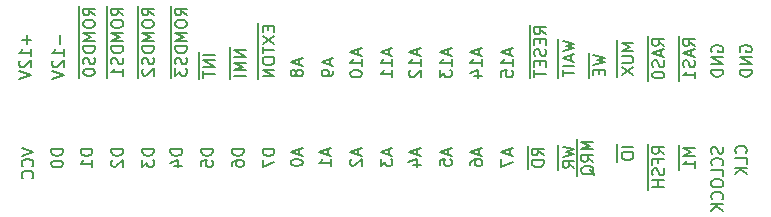
<source format=gbo>
G04 #@! TF.GenerationSoftware,KiCad,Pcbnew,(5.1.4-0-10_14)*
G04 #@! TF.CreationDate,2021-02-18T19:38:46+09:00*
G04 #@! TF.ProjectId,PC8001-MEM,50433830-3031-42d4-9d45-4d2e6b696361,rev?*
G04 #@! TF.SameCoordinates,Original*
G04 #@! TF.FileFunction,Legend,Bot*
G04 #@! TF.FilePolarity,Positive*
%FSLAX46Y46*%
G04 Gerber Fmt 4.6, Leading zero omitted, Abs format (unit mm)*
G04 Created by KiCad (PCBNEW (5.1.4-0-10_14)) date 2021-02-18 19:38:46*
%MOMM*%
%LPD*%
G04 APERTURE LIST*
%ADD10C,0.150000*%
G04 APERTURE END LIST*
D10*
X115471428Y-58638095D02*
X115471428Y-59400000D01*
X115852380Y-59019047D02*
X115090476Y-59019047D01*
X115852380Y-60400000D02*
X115852380Y-59828571D01*
X115852380Y-60114285D02*
X114852380Y-60114285D01*
X114995238Y-60019047D01*
X115090476Y-59923809D01*
X115138095Y-59828571D01*
X114947619Y-60780952D02*
X114900000Y-60828571D01*
X114852380Y-60923809D01*
X114852380Y-61161904D01*
X114900000Y-61257142D01*
X114947619Y-61304761D01*
X115042857Y-61352380D01*
X115138095Y-61352380D01*
X115280952Y-61304761D01*
X115852380Y-60733333D01*
X115852380Y-61352380D01*
X114852380Y-61638095D02*
X115852380Y-61971428D01*
X114852380Y-62304761D01*
X118271428Y-58638095D02*
X118271428Y-59400000D01*
X118652380Y-60400000D02*
X118652380Y-59828571D01*
X118652380Y-60114285D02*
X117652380Y-60114285D01*
X117795238Y-60019047D01*
X117890476Y-59923809D01*
X117938095Y-59828571D01*
X117747619Y-60780952D02*
X117700000Y-60828571D01*
X117652380Y-60923809D01*
X117652380Y-61161904D01*
X117700000Y-61257142D01*
X117747619Y-61304761D01*
X117842857Y-61352380D01*
X117938095Y-61352380D01*
X118080952Y-61304761D01*
X118652380Y-60733333D01*
X118652380Y-61352380D01*
X117652380Y-61638095D02*
X118652380Y-61971428D01*
X117652380Y-62304761D01*
X119885000Y-56152380D02*
X119885000Y-57152380D01*
X121252380Y-56961904D02*
X120776190Y-56628571D01*
X121252380Y-56390476D02*
X120252380Y-56390476D01*
X120252380Y-56771428D01*
X120300000Y-56866666D01*
X120347619Y-56914285D01*
X120442857Y-56961904D01*
X120585714Y-56961904D01*
X120680952Y-56914285D01*
X120728571Y-56866666D01*
X120776190Y-56771428D01*
X120776190Y-56390476D01*
X119885000Y-57152380D02*
X119885000Y-58200000D01*
X120252380Y-57580952D02*
X120252380Y-57771428D01*
X120300000Y-57866666D01*
X120395238Y-57961904D01*
X120585714Y-58009523D01*
X120919047Y-58009523D01*
X121109523Y-57961904D01*
X121204761Y-57866666D01*
X121252380Y-57771428D01*
X121252380Y-57580952D01*
X121204761Y-57485714D01*
X121109523Y-57390476D01*
X120919047Y-57342857D01*
X120585714Y-57342857D01*
X120395238Y-57390476D01*
X120300000Y-57485714D01*
X120252380Y-57580952D01*
X119885000Y-58200000D02*
X119885000Y-59342857D01*
X121252380Y-58438095D02*
X120252380Y-58438095D01*
X120966666Y-58771428D01*
X120252380Y-59104761D01*
X121252380Y-59104761D01*
X119885000Y-59342857D02*
X119885000Y-60342857D01*
X121252380Y-59580952D02*
X120252380Y-59580952D01*
X120252380Y-59819047D01*
X120300000Y-59961904D01*
X120395238Y-60057142D01*
X120490476Y-60104761D01*
X120680952Y-60152380D01*
X120823809Y-60152380D01*
X121014285Y-60104761D01*
X121109523Y-60057142D01*
X121204761Y-59961904D01*
X121252380Y-59819047D01*
X121252380Y-59580952D01*
X119885000Y-60342857D02*
X119885000Y-61295238D01*
X121204761Y-60533333D02*
X121252380Y-60676190D01*
X121252380Y-60914285D01*
X121204761Y-61009523D01*
X121157142Y-61057142D01*
X121061904Y-61104761D01*
X120966666Y-61104761D01*
X120871428Y-61057142D01*
X120823809Y-61009523D01*
X120776190Y-60914285D01*
X120728571Y-60723809D01*
X120680952Y-60628571D01*
X120633333Y-60580952D01*
X120538095Y-60533333D01*
X120442857Y-60533333D01*
X120347619Y-60580952D01*
X120300000Y-60628571D01*
X120252380Y-60723809D01*
X120252380Y-60961904D01*
X120300000Y-61104761D01*
X119885000Y-61295238D02*
X119885000Y-62247619D01*
X120252380Y-61723809D02*
X120252380Y-61819047D01*
X120300000Y-61914285D01*
X120347619Y-61961904D01*
X120442857Y-62009523D01*
X120633333Y-62057142D01*
X120871428Y-62057142D01*
X121061904Y-62009523D01*
X121157142Y-61961904D01*
X121204761Y-61914285D01*
X121252380Y-61819047D01*
X121252380Y-61723809D01*
X121204761Y-61628571D01*
X121157142Y-61580952D01*
X121061904Y-61533333D01*
X120871428Y-61485714D01*
X120633333Y-61485714D01*
X120442857Y-61533333D01*
X120347619Y-61580952D01*
X120300000Y-61628571D01*
X120252380Y-61723809D01*
X122285000Y-56152380D02*
X122285000Y-57152380D01*
X123652380Y-56961904D02*
X123176190Y-56628571D01*
X123652380Y-56390476D02*
X122652380Y-56390476D01*
X122652380Y-56771428D01*
X122700000Y-56866666D01*
X122747619Y-56914285D01*
X122842857Y-56961904D01*
X122985714Y-56961904D01*
X123080952Y-56914285D01*
X123128571Y-56866666D01*
X123176190Y-56771428D01*
X123176190Y-56390476D01*
X122285000Y-57152380D02*
X122285000Y-58200000D01*
X122652380Y-57580952D02*
X122652380Y-57771428D01*
X122700000Y-57866666D01*
X122795238Y-57961904D01*
X122985714Y-58009523D01*
X123319047Y-58009523D01*
X123509523Y-57961904D01*
X123604761Y-57866666D01*
X123652380Y-57771428D01*
X123652380Y-57580952D01*
X123604761Y-57485714D01*
X123509523Y-57390476D01*
X123319047Y-57342857D01*
X122985714Y-57342857D01*
X122795238Y-57390476D01*
X122700000Y-57485714D01*
X122652380Y-57580952D01*
X122285000Y-58200000D02*
X122285000Y-59342857D01*
X123652380Y-58438095D02*
X122652380Y-58438095D01*
X123366666Y-58771428D01*
X122652380Y-59104761D01*
X123652380Y-59104761D01*
X122285000Y-59342857D02*
X122285000Y-60342857D01*
X123652380Y-59580952D02*
X122652380Y-59580952D01*
X122652380Y-59819047D01*
X122700000Y-59961904D01*
X122795238Y-60057142D01*
X122890476Y-60104761D01*
X123080952Y-60152380D01*
X123223809Y-60152380D01*
X123414285Y-60104761D01*
X123509523Y-60057142D01*
X123604761Y-59961904D01*
X123652380Y-59819047D01*
X123652380Y-59580952D01*
X122285000Y-60342857D02*
X122285000Y-61295238D01*
X123604761Y-60533333D02*
X123652380Y-60676190D01*
X123652380Y-60914285D01*
X123604761Y-61009523D01*
X123557142Y-61057142D01*
X123461904Y-61104761D01*
X123366666Y-61104761D01*
X123271428Y-61057142D01*
X123223809Y-61009523D01*
X123176190Y-60914285D01*
X123128571Y-60723809D01*
X123080952Y-60628571D01*
X123033333Y-60580952D01*
X122938095Y-60533333D01*
X122842857Y-60533333D01*
X122747619Y-60580952D01*
X122700000Y-60628571D01*
X122652380Y-60723809D01*
X122652380Y-60961904D01*
X122700000Y-61104761D01*
X122285000Y-61295238D02*
X122285000Y-62247619D01*
X123652380Y-62057142D02*
X123652380Y-61485714D01*
X123652380Y-61771428D02*
X122652380Y-61771428D01*
X122795238Y-61676190D01*
X122890476Y-61580952D01*
X122938095Y-61485714D01*
X124885000Y-56152380D02*
X124885000Y-57152380D01*
X126252380Y-56961904D02*
X125776190Y-56628571D01*
X126252380Y-56390476D02*
X125252380Y-56390476D01*
X125252380Y-56771428D01*
X125300000Y-56866666D01*
X125347619Y-56914285D01*
X125442857Y-56961904D01*
X125585714Y-56961904D01*
X125680952Y-56914285D01*
X125728571Y-56866666D01*
X125776190Y-56771428D01*
X125776190Y-56390476D01*
X124885000Y-57152380D02*
X124885000Y-58200000D01*
X125252380Y-57580952D02*
X125252380Y-57771428D01*
X125300000Y-57866666D01*
X125395238Y-57961904D01*
X125585714Y-58009523D01*
X125919047Y-58009523D01*
X126109523Y-57961904D01*
X126204761Y-57866666D01*
X126252380Y-57771428D01*
X126252380Y-57580952D01*
X126204761Y-57485714D01*
X126109523Y-57390476D01*
X125919047Y-57342857D01*
X125585714Y-57342857D01*
X125395238Y-57390476D01*
X125300000Y-57485714D01*
X125252380Y-57580952D01*
X124885000Y-58200000D02*
X124885000Y-59342857D01*
X126252380Y-58438095D02*
X125252380Y-58438095D01*
X125966666Y-58771428D01*
X125252380Y-59104761D01*
X126252380Y-59104761D01*
X124885000Y-59342857D02*
X124885000Y-60342857D01*
X126252380Y-59580952D02*
X125252380Y-59580952D01*
X125252380Y-59819047D01*
X125300000Y-59961904D01*
X125395238Y-60057142D01*
X125490476Y-60104761D01*
X125680952Y-60152380D01*
X125823809Y-60152380D01*
X126014285Y-60104761D01*
X126109523Y-60057142D01*
X126204761Y-59961904D01*
X126252380Y-59819047D01*
X126252380Y-59580952D01*
X124885000Y-60342857D02*
X124885000Y-61295238D01*
X126204761Y-60533333D02*
X126252380Y-60676190D01*
X126252380Y-60914285D01*
X126204761Y-61009523D01*
X126157142Y-61057142D01*
X126061904Y-61104761D01*
X125966666Y-61104761D01*
X125871428Y-61057142D01*
X125823809Y-61009523D01*
X125776190Y-60914285D01*
X125728571Y-60723809D01*
X125680952Y-60628571D01*
X125633333Y-60580952D01*
X125538095Y-60533333D01*
X125442857Y-60533333D01*
X125347619Y-60580952D01*
X125300000Y-60628571D01*
X125252380Y-60723809D01*
X125252380Y-60961904D01*
X125300000Y-61104761D01*
X124885000Y-61295238D02*
X124885000Y-62247619D01*
X125347619Y-61485714D02*
X125300000Y-61533333D01*
X125252380Y-61628571D01*
X125252380Y-61866666D01*
X125300000Y-61961904D01*
X125347619Y-62009523D01*
X125442857Y-62057142D01*
X125538095Y-62057142D01*
X125680952Y-62009523D01*
X126252380Y-61438095D01*
X126252380Y-62057142D01*
X127685000Y-56152380D02*
X127685000Y-57152380D01*
X129052380Y-56961904D02*
X128576190Y-56628571D01*
X129052380Y-56390476D02*
X128052380Y-56390476D01*
X128052380Y-56771428D01*
X128100000Y-56866666D01*
X128147619Y-56914285D01*
X128242857Y-56961904D01*
X128385714Y-56961904D01*
X128480952Y-56914285D01*
X128528571Y-56866666D01*
X128576190Y-56771428D01*
X128576190Y-56390476D01*
X127685000Y-57152380D02*
X127685000Y-58200000D01*
X128052380Y-57580952D02*
X128052380Y-57771428D01*
X128100000Y-57866666D01*
X128195238Y-57961904D01*
X128385714Y-58009523D01*
X128719047Y-58009523D01*
X128909523Y-57961904D01*
X129004761Y-57866666D01*
X129052380Y-57771428D01*
X129052380Y-57580952D01*
X129004761Y-57485714D01*
X128909523Y-57390476D01*
X128719047Y-57342857D01*
X128385714Y-57342857D01*
X128195238Y-57390476D01*
X128100000Y-57485714D01*
X128052380Y-57580952D01*
X127685000Y-58200000D02*
X127685000Y-59342857D01*
X129052380Y-58438095D02*
X128052380Y-58438095D01*
X128766666Y-58771428D01*
X128052380Y-59104761D01*
X129052380Y-59104761D01*
X127685000Y-59342857D02*
X127685000Y-60342857D01*
X129052380Y-59580952D02*
X128052380Y-59580952D01*
X128052380Y-59819047D01*
X128100000Y-59961904D01*
X128195238Y-60057142D01*
X128290476Y-60104761D01*
X128480952Y-60152380D01*
X128623809Y-60152380D01*
X128814285Y-60104761D01*
X128909523Y-60057142D01*
X129004761Y-59961904D01*
X129052380Y-59819047D01*
X129052380Y-59580952D01*
X127685000Y-60342857D02*
X127685000Y-61295238D01*
X129004761Y-60533333D02*
X129052380Y-60676190D01*
X129052380Y-60914285D01*
X129004761Y-61009523D01*
X128957142Y-61057142D01*
X128861904Y-61104761D01*
X128766666Y-61104761D01*
X128671428Y-61057142D01*
X128623809Y-61009523D01*
X128576190Y-60914285D01*
X128528571Y-60723809D01*
X128480952Y-60628571D01*
X128433333Y-60580952D01*
X128338095Y-60533333D01*
X128242857Y-60533333D01*
X128147619Y-60580952D01*
X128100000Y-60628571D01*
X128052380Y-60723809D01*
X128052380Y-60961904D01*
X128100000Y-61104761D01*
X127685000Y-61295238D02*
X127685000Y-62247619D01*
X128052380Y-61438095D02*
X128052380Y-62057142D01*
X128433333Y-61723809D01*
X128433333Y-61866666D01*
X128480952Y-61961904D01*
X128528571Y-62009523D01*
X128623809Y-62057142D01*
X128861904Y-62057142D01*
X128957142Y-62009523D01*
X129004761Y-61961904D01*
X129052380Y-61866666D01*
X129052380Y-61580952D01*
X129004761Y-61485714D01*
X128957142Y-61438095D01*
X130085000Y-60057142D02*
X130085000Y-60533333D01*
X131452380Y-60295238D02*
X130452380Y-60295238D01*
X130085000Y-60533333D02*
X130085000Y-61580952D01*
X131452380Y-60771428D02*
X130452380Y-60771428D01*
X131452380Y-61342857D01*
X130452380Y-61342857D01*
X130085000Y-61580952D02*
X130085000Y-62342857D01*
X130452380Y-61676190D02*
X130452380Y-62247619D01*
X131452380Y-61961904D02*
X130452380Y-61961904D01*
X132685000Y-59666666D02*
X132685000Y-60714285D01*
X134052380Y-59904761D02*
X133052380Y-59904761D01*
X134052380Y-60476190D01*
X133052380Y-60476190D01*
X132685000Y-60714285D02*
X132685000Y-61857142D01*
X134052380Y-60952380D02*
X133052380Y-60952380D01*
X133766666Y-61285714D01*
X133052380Y-61619047D01*
X134052380Y-61619047D01*
X132685000Y-61857142D02*
X132685000Y-62333333D01*
X134052380Y-62095238D02*
X133052380Y-62095238D01*
X135085000Y-57642857D02*
X135085000Y-58547619D01*
X135928571Y-57880952D02*
X135928571Y-58214285D01*
X136452380Y-58357142D02*
X136452380Y-57880952D01*
X135452380Y-57880952D01*
X135452380Y-58357142D01*
X135085000Y-58547619D02*
X135085000Y-59500000D01*
X135452380Y-58690476D02*
X136452380Y-59357142D01*
X135452380Y-59357142D02*
X136452380Y-58690476D01*
X135085000Y-59500000D02*
X135085000Y-60261904D01*
X135452380Y-59595238D02*
X135452380Y-60166666D01*
X136452380Y-59880952D02*
X135452380Y-59880952D01*
X135085000Y-60261904D02*
X135085000Y-61309523D01*
X135452380Y-60690476D02*
X135452380Y-60880952D01*
X135500000Y-60976190D01*
X135595238Y-61071428D01*
X135785714Y-61119047D01*
X136119047Y-61119047D01*
X136309523Y-61071428D01*
X136404761Y-60976190D01*
X136452380Y-60880952D01*
X136452380Y-60690476D01*
X136404761Y-60595238D01*
X136309523Y-60500000D01*
X136119047Y-60452380D01*
X135785714Y-60452380D01*
X135595238Y-60500000D01*
X135500000Y-60595238D01*
X135452380Y-60690476D01*
X135085000Y-61309523D02*
X135085000Y-62357142D01*
X136452380Y-61547619D02*
X135452380Y-61547619D01*
X136452380Y-62119047D01*
X135452380Y-62119047D01*
X138566666Y-60685714D02*
X138566666Y-61161904D01*
X138852380Y-60590476D02*
X137852380Y-60923809D01*
X138852380Y-61257142D01*
X138280952Y-61733333D02*
X138233333Y-61638095D01*
X138185714Y-61590476D01*
X138090476Y-61542857D01*
X138042857Y-61542857D01*
X137947619Y-61590476D01*
X137900000Y-61638095D01*
X137852380Y-61733333D01*
X137852380Y-61923809D01*
X137900000Y-62019047D01*
X137947619Y-62066666D01*
X138042857Y-62114285D01*
X138090476Y-62114285D01*
X138185714Y-62066666D01*
X138233333Y-62019047D01*
X138280952Y-61923809D01*
X138280952Y-61733333D01*
X138328571Y-61638095D01*
X138376190Y-61590476D01*
X138471428Y-61542857D01*
X138661904Y-61542857D01*
X138757142Y-61590476D01*
X138804761Y-61638095D01*
X138852380Y-61733333D01*
X138852380Y-61923809D01*
X138804761Y-62019047D01*
X138757142Y-62066666D01*
X138661904Y-62114285D01*
X138471428Y-62114285D01*
X138376190Y-62066666D01*
X138328571Y-62019047D01*
X138280952Y-61923809D01*
X141166666Y-60685714D02*
X141166666Y-61161904D01*
X141452380Y-60590476D02*
X140452380Y-60923809D01*
X141452380Y-61257142D01*
X141452380Y-61638095D02*
X141452380Y-61828571D01*
X141404761Y-61923809D01*
X141357142Y-61971428D01*
X141214285Y-62066666D01*
X141023809Y-62114285D01*
X140642857Y-62114285D01*
X140547619Y-62066666D01*
X140500000Y-62019047D01*
X140452380Y-61923809D01*
X140452380Y-61733333D01*
X140500000Y-61638095D01*
X140547619Y-61590476D01*
X140642857Y-61542857D01*
X140880952Y-61542857D01*
X140976190Y-61590476D01*
X141023809Y-61638095D01*
X141071428Y-61733333D01*
X141071428Y-61923809D01*
X141023809Y-62019047D01*
X140976190Y-62066666D01*
X140880952Y-62114285D01*
X143566666Y-59809523D02*
X143566666Y-60285714D01*
X143852380Y-59714285D02*
X142852380Y-60047619D01*
X143852380Y-60380952D01*
X143852380Y-61238095D02*
X143852380Y-60666666D01*
X143852380Y-60952380D02*
X142852380Y-60952380D01*
X142995238Y-60857142D01*
X143090476Y-60761904D01*
X143138095Y-60666666D01*
X142852380Y-61857142D02*
X142852380Y-61952380D01*
X142900000Y-62047619D01*
X142947619Y-62095238D01*
X143042857Y-62142857D01*
X143233333Y-62190476D01*
X143471428Y-62190476D01*
X143661904Y-62142857D01*
X143757142Y-62095238D01*
X143804761Y-62047619D01*
X143852380Y-61952380D01*
X143852380Y-61857142D01*
X143804761Y-61761904D01*
X143757142Y-61714285D01*
X143661904Y-61666666D01*
X143471428Y-61619047D01*
X143233333Y-61619047D01*
X143042857Y-61666666D01*
X142947619Y-61714285D01*
X142900000Y-61761904D01*
X142852380Y-61857142D01*
X146166666Y-59809523D02*
X146166666Y-60285714D01*
X146452380Y-59714285D02*
X145452380Y-60047619D01*
X146452380Y-60380952D01*
X146452380Y-61238095D02*
X146452380Y-60666666D01*
X146452380Y-60952380D02*
X145452380Y-60952380D01*
X145595238Y-60857142D01*
X145690476Y-60761904D01*
X145738095Y-60666666D01*
X146452380Y-62190476D02*
X146452380Y-61619047D01*
X146452380Y-61904761D02*
X145452380Y-61904761D01*
X145595238Y-61809523D01*
X145690476Y-61714285D01*
X145738095Y-61619047D01*
X148566666Y-59809523D02*
X148566666Y-60285714D01*
X148852380Y-59714285D02*
X147852380Y-60047619D01*
X148852380Y-60380952D01*
X148852380Y-61238095D02*
X148852380Y-60666666D01*
X148852380Y-60952380D02*
X147852380Y-60952380D01*
X147995238Y-60857142D01*
X148090476Y-60761904D01*
X148138095Y-60666666D01*
X147947619Y-61619047D02*
X147900000Y-61666666D01*
X147852380Y-61761904D01*
X147852380Y-62000000D01*
X147900000Y-62095238D01*
X147947619Y-62142857D01*
X148042857Y-62190476D01*
X148138095Y-62190476D01*
X148280952Y-62142857D01*
X148852380Y-61571428D01*
X148852380Y-62190476D01*
X151166666Y-59809523D02*
X151166666Y-60285714D01*
X151452380Y-59714285D02*
X150452380Y-60047619D01*
X151452380Y-60380952D01*
X151452380Y-61238095D02*
X151452380Y-60666666D01*
X151452380Y-60952380D02*
X150452380Y-60952380D01*
X150595238Y-60857142D01*
X150690476Y-60761904D01*
X150738095Y-60666666D01*
X150452380Y-61571428D02*
X150452380Y-62190476D01*
X150833333Y-61857142D01*
X150833333Y-62000000D01*
X150880952Y-62095238D01*
X150928571Y-62142857D01*
X151023809Y-62190476D01*
X151261904Y-62190476D01*
X151357142Y-62142857D01*
X151404761Y-62095238D01*
X151452380Y-62000000D01*
X151452380Y-61714285D01*
X151404761Y-61619047D01*
X151357142Y-61571428D01*
X153766666Y-59809523D02*
X153766666Y-60285714D01*
X154052380Y-59714285D02*
X153052380Y-60047619D01*
X154052380Y-60380952D01*
X154052380Y-61238095D02*
X154052380Y-60666666D01*
X154052380Y-60952380D02*
X153052380Y-60952380D01*
X153195238Y-60857142D01*
X153290476Y-60761904D01*
X153338095Y-60666666D01*
X153385714Y-62095238D02*
X154052380Y-62095238D01*
X153004761Y-61857142D02*
X153719047Y-61619047D01*
X153719047Y-62238095D01*
X156366666Y-59809523D02*
X156366666Y-60285714D01*
X156652380Y-59714285D02*
X155652380Y-60047619D01*
X156652380Y-60380952D01*
X156652380Y-61238095D02*
X156652380Y-60666666D01*
X156652380Y-60952380D02*
X155652380Y-60952380D01*
X155795238Y-60857142D01*
X155890476Y-60761904D01*
X155938095Y-60666666D01*
X155652380Y-62142857D02*
X155652380Y-61666666D01*
X156128571Y-61619047D01*
X156080952Y-61666666D01*
X156033333Y-61761904D01*
X156033333Y-62000000D01*
X156080952Y-62095238D01*
X156128571Y-62142857D01*
X156223809Y-62190476D01*
X156461904Y-62190476D01*
X156557142Y-62142857D01*
X156604761Y-62095238D01*
X156652380Y-62000000D01*
X156652380Y-61761904D01*
X156604761Y-61666666D01*
X156557142Y-61619047D01*
X158085000Y-57738095D02*
X158085000Y-58738095D01*
X159452380Y-58547619D02*
X158976190Y-58214285D01*
X159452380Y-57976190D02*
X158452380Y-57976190D01*
X158452380Y-58357142D01*
X158500000Y-58452380D01*
X158547619Y-58500000D01*
X158642857Y-58547619D01*
X158785714Y-58547619D01*
X158880952Y-58500000D01*
X158928571Y-58452380D01*
X158976190Y-58357142D01*
X158976190Y-57976190D01*
X158085000Y-58738095D02*
X158085000Y-59642857D01*
X158928571Y-58976190D02*
X158928571Y-59309523D01*
X159452380Y-59452380D02*
X159452380Y-58976190D01*
X158452380Y-58976190D01*
X158452380Y-59452380D01*
X158085000Y-59642857D02*
X158085000Y-60595238D01*
X159404761Y-59833333D02*
X159452380Y-59976190D01*
X159452380Y-60214285D01*
X159404761Y-60309523D01*
X159357142Y-60357142D01*
X159261904Y-60404761D01*
X159166666Y-60404761D01*
X159071428Y-60357142D01*
X159023809Y-60309523D01*
X158976190Y-60214285D01*
X158928571Y-60023809D01*
X158880952Y-59928571D01*
X158833333Y-59880952D01*
X158738095Y-59833333D01*
X158642857Y-59833333D01*
X158547619Y-59880952D01*
X158500000Y-59928571D01*
X158452380Y-60023809D01*
X158452380Y-60261904D01*
X158500000Y-60404761D01*
X158085000Y-60595238D02*
X158085000Y-61500000D01*
X158928571Y-60833333D02*
X158928571Y-61166666D01*
X159452380Y-61309523D02*
X159452380Y-60833333D01*
X158452380Y-60833333D01*
X158452380Y-61309523D01*
X158085000Y-61500000D02*
X158085000Y-62261904D01*
X158452380Y-61595238D02*
X158452380Y-62166666D01*
X159452380Y-61880952D02*
X158452380Y-61880952D01*
X160485000Y-58980952D02*
X160485000Y-60123809D01*
X160852380Y-59123809D02*
X161852380Y-59361904D01*
X161138095Y-59552380D01*
X161852380Y-59742857D01*
X160852380Y-59980952D01*
X160485000Y-60123809D02*
X160485000Y-60980952D01*
X161566666Y-60314285D02*
X161566666Y-60790476D01*
X161852380Y-60219047D02*
X160852380Y-60552380D01*
X161852380Y-60885714D01*
X160485000Y-60980952D02*
X160485000Y-61457142D01*
X161852380Y-61219047D02*
X160852380Y-61219047D01*
X160485000Y-61457142D02*
X160485000Y-62219047D01*
X160852380Y-61552380D02*
X160852380Y-62123809D01*
X161852380Y-61838095D02*
X160852380Y-61838095D01*
X163085000Y-60176190D02*
X163085000Y-61319047D01*
X163452380Y-60319047D02*
X164452380Y-60557142D01*
X163738095Y-60747619D01*
X164452380Y-60938095D01*
X163452380Y-61176190D01*
X163085000Y-61319047D02*
X163085000Y-62223809D01*
X163928571Y-61557142D02*
X163928571Y-61890476D01*
X164452380Y-62033333D02*
X164452380Y-61557142D01*
X163452380Y-61557142D01*
X163452380Y-62033333D01*
X165485000Y-59028571D02*
X165485000Y-60171428D01*
X166852380Y-59266666D02*
X165852380Y-59266666D01*
X166566666Y-59600000D01*
X165852380Y-59933333D01*
X166852380Y-59933333D01*
X165485000Y-60171428D02*
X165485000Y-61219047D01*
X165852380Y-60409523D02*
X166661904Y-60409523D01*
X166757142Y-60457142D01*
X166804761Y-60504761D01*
X166852380Y-60600000D01*
X166852380Y-60790476D01*
X166804761Y-60885714D01*
X166757142Y-60933333D01*
X166661904Y-60980952D01*
X165852380Y-60980952D01*
X165485000Y-61219047D02*
X165485000Y-62171428D01*
X165852380Y-61361904D02*
X166852380Y-62028571D01*
X165852380Y-62028571D02*
X166852380Y-61361904D01*
X168085000Y-58719047D02*
X168085000Y-59719047D01*
X169452380Y-59528571D02*
X168976190Y-59195238D01*
X169452380Y-58957142D02*
X168452380Y-58957142D01*
X168452380Y-59338095D01*
X168500000Y-59433333D01*
X168547619Y-59480952D01*
X168642857Y-59528571D01*
X168785714Y-59528571D01*
X168880952Y-59480952D01*
X168928571Y-59433333D01*
X168976190Y-59338095D01*
X168976190Y-58957142D01*
X168085000Y-59719047D02*
X168085000Y-60576190D01*
X169166666Y-59909523D02*
X169166666Y-60385714D01*
X169452380Y-59814285D02*
X168452380Y-60147619D01*
X169452380Y-60480952D01*
X168085000Y-60576190D02*
X168085000Y-61528571D01*
X169404761Y-60766666D02*
X169452380Y-60909523D01*
X169452380Y-61147619D01*
X169404761Y-61242857D01*
X169357142Y-61290476D01*
X169261904Y-61338095D01*
X169166666Y-61338095D01*
X169071428Y-61290476D01*
X169023809Y-61242857D01*
X168976190Y-61147619D01*
X168928571Y-60957142D01*
X168880952Y-60861904D01*
X168833333Y-60814285D01*
X168738095Y-60766666D01*
X168642857Y-60766666D01*
X168547619Y-60814285D01*
X168500000Y-60861904D01*
X168452380Y-60957142D01*
X168452380Y-61195238D01*
X168500000Y-61338095D01*
X168085000Y-61528571D02*
X168085000Y-62480952D01*
X168452380Y-61957142D02*
X168452380Y-62052380D01*
X168500000Y-62147619D01*
X168547619Y-62195238D01*
X168642857Y-62242857D01*
X168833333Y-62290476D01*
X169071428Y-62290476D01*
X169261904Y-62242857D01*
X169357142Y-62195238D01*
X169404761Y-62147619D01*
X169452380Y-62052380D01*
X169452380Y-61957142D01*
X169404761Y-61861904D01*
X169357142Y-61814285D01*
X169261904Y-61766666D01*
X169071428Y-61719047D01*
X168833333Y-61719047D01*
X168642857Y-61766666D01*
X168547619Y-61814285D01*
X168500000Y-61861904D01*
X168452380Y-61957142D01*
X170685000Y-58719047D02*
X170685000Y-59719047D01*
X172052380Y-59528571D02*
X171576190Y-59195238D01*
X172052380Y-58957142D02*
X171052380Y-58957142D01*
X171052380Y-59338095D01*
X171100000Y-59433333D01*
X171147619Y-59480952D01*
X171242857Y-59528571D01*
X171385714Y-59528571D01*
X171480952Y-59480952D01*
X171528571Y-59433333D01*
X171576190Y-59338095D01*
X171576190Y-58957142D01*
X170685000Y-59719047D02*
X170685000Y-60576190D01*
X171766666Y-59909523D02*
X171766666Y-60385714D01*
X172052380Y-59814285D02*
X171052380Y-60147619D01*
X172052380Y-60480952D01*
X170685000Y-60576190D02*
X170685000Y-61528571D01*
X172004761Y-60766666D02*
X172052380Y-60909523D01*
X172052380Y-61147619D01*
X172004761Y-61242857D01*
X171957142Y-61290476D01*
X171861904Y-61338095D01*
X171766666Y-61338095D01*
X171671428Y-61290476D01*
X171623809Y-61242857D01*
X171576190Y-61147619D01*
X171528571Y-60957142D01*
X171480952Y-60861904D01*
X171433333Y-60814285D01*
X171338095Y-60766666D01*
X171242857Y-60766666D01*
X171147619Y-60814285D01*
X171100000Y-60861904D01*
X171052380Y-60957142D01*
X171052380Y-61195238D01*
X171100000Y-61338095D01*
X170685000Y-61528571D02*
X170685000Y-62480952D01*
X172052380Y-62290476D02*
X172052380Y-61719047D01*
X172052380Y-62004761D02*
X171052380Y-62004761D01*
X171195238Y-61909523D01*
X171290476Y-61814285D01*
X171338095Y-61719047D01*
X173500000Y-60038095D02*
X173452380Y-59942857D01*
X173452380Y-59800000D01*
X173500000Y-59657142D01*
X173595238Y-59561904D01*
X173690476Y-59514285D01*
X173880952Y-59466666D01*
X174023809Y-59466666D01*
X174214285Y-59514285D01*
X174309523Y-59561904D01*
X174404761Y-59657142D01*
X174452380Y-59800000D01*
X174452380Y-59895238D01*
X174404761Y-60038095D01*
X174357142Y-60085714D01*
X174023809Y-60085714D01*
X174023809Y-59895238D01*
X174452380Y-60514285D02*
X173452380Y-60514285D01*
X174452380Y-61085714D01*
X173452380Y-61085714D01*
X174452380Y-61561904D02*
X173452380Y-61561904D01*
X173452380Y-61800000D01*
X173500000Y-61942857D01*
X173595238Y-62038095D01*
X173690476Y-62085714D01*
X173880952Y-62133333D01*
X174023809Y-62133333D01*
X174214285Y-62085714D01*
X174309523Y-62038095D01*
X174404761Y-61942857D01*
X174452380Y-61800000D01*
X174452380Y-61561904D01*
X175900000Y-60038095D02*
X175852380Y-59942857D01*
X175852380Y-59800000D01*
X175900000Y-59657142D01*
X175995238Y-59561904D01*
X176090476Y-59514285D01*
X176280952Y-59466666D01*
X176423809Y-59466666D01*
X176614285Y-59514285D01*
X176709523Y-59561904D01*
X176804761Y-59657142D01*
X176852380Y-59800000D01*
X176852380Y-59895238D01*
X176804761Y-60038095D01*
X176757142Y-60085714D01*
X176423809Y-60085714D01*
X176423809Y-59895238D01*
X176852380Y-60514285D02*
X175852380Y-60514285D01*
X176852380Y-61085714D01*
X175852380Y-61085714D01*
X176852380Y-61561904D02*
X175852380Y-61561904D01*
X175852380Y-61800000D01*
X175900000Y-61942857D01*
X175995238Y-62038095D01*
X176090476Y-62085714D01*
X176280952Y-62133333D01*
X176423809Y-62133333D01*
X176614285Y-62085714D01*
X176709523Y-62038095D01*
X176804761Y-61942857D01*
X176852380Y-61800000D01*
X176852380Y-61561904D01*
X176357142Y-68604761D02*
X176404761Y-68557142D01*
X176452380Y-68414285D01*
X176452380Y-68319047D01*
X176404761Y-68176190D01*
X176309523Y-68080952D01*
X176214285Y-68033333D01*
X176023809Y-67985714D01*
X175880952Y-67985714D01*
X175690476Y-68033333D01*
X175595238Y-68080952D01*
X175500000Y-68176190D01*
X175452380Y-68319047D01*
X175452380Y-68414285D01*
X175500000Y-68557142D01*
X175547619Y-68604761D01*
X176452380Y-69509523D02*
X176452380Y-69033333D01*
X175452380Y-69033333D01*
X176452380Y-69842857D02*
X175452380Y-69842857D01*
X176452380Y-70414285D02*
X175880952Y-69985714D01*
X175452380Y-70414285D02*
X176023809Y-69842857D01*
X174404761Y-68085714D02*
X174452380Y-68228571D01*
X174452380Y-68466666D01*
X174404761Y-68561904D01*
X174357142Y-68609523D01*
X174261904Y-68657142D01*
X174166666Y-68657142D01*
X174071428Y-68609523D01*
X174023809Y-68561904D01*
X173976190Y-68466666D01*
X173928571Y-68276190D01*
X173880952Y-68180952D01*
X173833333Y-68133333D01*
X173738095Y-68085714D01*
X173642857Y-68085714D01*
X173547619Y-68133333D01*
X173500000Y-68180952D01*
X173452380Y-68276190D01*
X173452380Y-68514285D01*
X173500000Y-68657142D01*
X174357142Y-69657142D02*
X174404761Y-69609523D01*
X174452380Y-69466666D01*
X174452380Y-69371428D01*
X174404761Y-69228571D01*
X174309523Y-69133333D01*
X174214285Y-69085714D01*
X174023809Y-69038095D01*
X173880952Y-69038095D01*
X173690476Y-69085714D01*
X173595238Y-69133333D01*
X173500000Y-69228571D01*
X173452380Y-69371428D01*
X173452380Y-69466666D01*
X173500000Y-69609523D01*
X173547619Y-69657142D01*
X174452380Y-70561904D02*
X174452380Y-70085714D01*
X173452380Y-70085714D01*
X173452380Y-71085714D02*
X173452380Y-71276190D01*
X173500000Y-71371428D01*
X173595238Y-71466666D01*
X173785714Y-71514285D01*
X174119047Y-71514285D01*
X174309523Y-71466666D01*
X174404761Y-71371428D01*
X174452380Y-71276190D01*
X174452380Y-71085714D01*
X174404761Y-70990476D01*
X174309523Y-70895238D01*
X174119047Y-70847619D01*
X173785714Y-70847619D01*
X173595238Y-70895238D01*
X173500000Y-70990476D01*
X173452380Y-71085714D01*
X174357142Y-72514285D02*
X174404761Y-72466666D01*
X174452380Y-72323809D01*
X174452380Y-72228571D01*
X174404761Y-72085714D01*
X174309523Y-71990476D01*
X174214285Y-71942857D01*
X174023809Y-71895238D01*
X173880952Y-71895238D01*
X173690476Y-71942857D01*
X173595238Y-71990476D01*
X173500000Y-72085714D01*
X173452380Y-72228571D01*
X173452380Y-72323809D01*
X173500000Y-72466666D01*
X173547619Y-72514285D01*
X174452380Y-72942857D02*
X173452380Y-72942857D01*
X174452380Y-73514285D02*
X173880952Y-73085714D01*
X173452380Y-73514285D02*
X174023809Y-72942857D01*
X170685000Y-67952380D02*
X170685000Y-69095238D01*
X172052380Y-68190476D02*
X171052380Y-68190476D01*
X171766666Y-68523809D01*
X171052380Y-68857142D01*
X172052380Y-68857142D01*
X170685000Y-69095238D02*
X170685000Y-70047619D01*
X172052380Y-69857142D02*
X172052380Y-69285714D01*
X172052380Y-69571428D02*
X171052380Y-69571428D01*
X171195238Y-69476190D01*
X171290476Y-69380952D01*
X171338095Y-69285714D01*
X168085000Y-67871428D02*
X168085000Y-68871428D01*
X169452380Y-68680952D02*
X168976190Y-68347619D01*
X169452380Y-68109523D02*
X168452380Y-68109523D01*
X168452380Y-68490476D01*
X168500000Y-68585714D01*
X168547619Y-68633333D01*
X168642857Y-68680952D01*
X168785714Y-68680952D01*
X168880952Y-68633333D01*
X168928571Y-68585714D01*
X168976190Y-68490476D01*
X168976190Y-68109523D01*
X168085000Y-68871428D02*
X168085000Y-69728571D01*
X168928571Y-69442857D02*
X168928571Y-69109523D01*
X169452380Y-69109523D02*
X168452380Y-69109523D01*
X168452380Y-69585714D01*
X168085000Y-69728571D02*
X168085000Y-70680952D01*
X169404761Y-69919047D02*
X169452380Y-70061904D01*
X169452380Y-70300000D01*
X169404761Y-70395238D01*
X169357142Y-70442857D01*
X169261904Y-70490476D01*
X169166666Y-70490476D01*
X169071428Y-70442857D01*
X169023809Y-70395238D01*
X168976190Y-70300000D01*
X168928571Y-70109523D01*
X168880952Y-70014285D01*
X168833333Y-69966666D01*
X168738095Y-69919047D01*
X168642857Y-69919047D01*
X168547619Y-69966666D01*
X168500000Y-70014285D01*
X168452380Y-70109523D01*
X168452380Y-70347619D01*
X168500000Y-70490476D01*
X168085000Y-70680952D02*
X168085000Y-71728571D01*
X169452380Y-70919047D02*
X168452380Y-70919047D01*
X168928571Y-70919047D02*
X168928571Y-71490476D01*
X169452380Y-71490476D02*
X168452380Y-71490476D01*
X165485000Y-67838095D02*
X165485000Y-68314285D01*
X166852380Y-68076190D02*
X165852380Y-68076190D01*
X165485000Y-68314285D02*
X165485000Y-69361904D01*
X165852380Y-68742857D02*
X165852380Y-68933333D01*
X165900000Y-69028571D01*
X165995238Y-69123809D01*
X166185714Y-69171428D01*
X166519047Y-69171428D01*
X166709523Y-69123809D01*
X166804761Y-69028571D01*
X166852380Y-68933333D01*
X166852380Y-68742857D01*
X166804761Y-68647619D01*
X166709523Y-68552380D01*
X166519047Y-68504761D01*
X166185714Y-68504761D01*
X165995238Y-68552380D01*
X165900000Y-68647619D01*
X165852380Y-68742857D01*
X162085000Y-67404761D02*
X162085000Y-68547619D01*
X163452380Y-67642857D02*
X162452380Y-67642857D01*
X163166666Y-67976190D01*
X162452380Y-68309523D01*
X163452380Y-68309523D01*
X162085000Y-68547619D02*
X162085000Y-69547619D01*
X163452380Y-69357142D02*
X162976190Y-69023809D01*
X163452380Y-68785714D02*
X162452380Y-68785714D01*
X162452380Y-69166666D01*
X162500000Y-69261904D01*
X162547619Y-69309523D01*
X162642857Y-69357142D01*
X162785714Y-69357142D01*
X162880952Y-69309523D01*
X162928571Y-69261904D01*
X162976190Y-69166666D01*
X162976190Y-68785714D01*
X162085000Y-69547619D02*
X162085000Y-70595238D01*
X163547619Y-70452380D02*
X163500000Y-70357142D01*
X163404761Y-70261904D01*
X163261904Y-70119047D01*
X163214285Y-70023809D01*
X163214285Y-69928571D01*
X163452380Y-69976190D02*
X163404761Y-69880952D01*
X163309523Y-69785714D01*
X163119047Y-69738095D01*
X162785714Y-69738095D01*
X162595238Y-69785714D01*
X162500000Y-69880952D01*
X162452380Y-69976190D01*
X162452380Y-70166666D01*
X162500000Y-70261904D01*
X162595238Y-70357142D01*
X162785714Y-70404761D01*
X163119047Y-70404761D01*
X163309523Y-70357142D01*
X163404761Y-70261904D01*
X163452380Y-70166666D01*
X163452380Y-69976190D01*
X160485000Y-67928571D02*
X160485000Y-69071428D01*
X160852380Y-68071428D02*
X161852380Y-68309523D01*
X161138095Y-68500000D01*
X161852380Y-68690476D01*
X160852380Y-68928571D01*
X160485000Y-69071428D02*
X160485000Y-70071428D01*
X161852380Y-69880952D02*
X161376190Y-69547619D01*
X161852380Y-69309523D02*
X160852380Y-69309523D01*
X160852380Y-69690476D01*
X160900000Y-69785714D01*
X160947619Y-69833333D01*
X161042857Y-69880952D01*
X161185714Y-69880952D01*
X161280952Y-69833333D01*
X161328571Y-69785714D01*
X161376190Y-69690476D01*
X161376190Y-69309523D01*
X157885000Y-68000000D02*
X157885000Y-69000000D01*
X159252380Y-68809523D02*
X158776190Y-68476190D01*
X159252380Y-68238095D02*
X158252380Y-68238095D01*
X158252380Y-68619047D01*
X158300000Y-68714285D01*
X158347619Y-68761904D01*
X158442857Y-68809523D01*
X158585714Y-68809523D01*
X158680952Y-68761904D01*
X158728571Y-68714285D01*
X158776190Y-68619047D01*
X158776190Y-68238095D01*
X157885000Y-69000000D02*
X157885000Y-70000000D01*
X159252380Y-69238095D02*
X158252380Y-69238095D01*
X158252380Y-69476190D01*
X158300000Y-69619047D01*
X158395238Y-69714285D01*
X158490476Y-69761904D01*
X158680952Y-69809523D01*
X158823809Y-69809523D01*
X159014285Y-69761904D01*
X159109523Y-69714285D01*
X159204761Y-69619047D01*
X159252380Y-69476190D01*
X159252380Y-69238095D01*
X156366666Y-68285714D02*
X156366666Y-68761904D01*
X156652380Y-68190476D02*
X155652380Y-68523809D01*
X156652380Y-68857142D01*
X155652380Y-69095238D02*
X155652380Y-69761904D01*
X156652380Y-69333333D01*
X153766666Y-68285714D02*
X153766666Y-68761904D01*
X154052380Y-68190476D02*
X153052380Y-68523809D01*
X154052380Y-68857142D01*
X153052380Y-69619047D02*
X153052380Y-69428571D01*
X153100000Y-69333333D01*
X153147619Y-69285714D01*
X153290476Y-69190476D01*
X153480952Y-69142857D01*
X153861904Y-69142857D01*
X153957142Y-69190476D01*
X154004761Y-69238095D01*
X154052380Y-69333333D01*
X154052380Y-69523809D01*
X154004761Y-69619047D01*
X153957142Y-69666666D01*
X153861904Y-69714285D01*
X153623809Y-69714285D01*
X153528571Y-69666666D01*
X153480952Y-69619047D01*
X153433333Y-69523809D01*
X153433333Y-69333333D01*
X153480952Y-69238095D01*
X153528571Y-69190476D01*
X153623809Y-69142857D01*
X151166666Y-68285714D02*
X151166666Y-68761904D01*
X151452380Y-68190476D02*
X150452380Y-68523809D01*
X151452380Y-68857142D01*
X150452380Y-69666666D02*
X150452380Y-69190476D01*
X150928571Y-69142857D01*
X150880952Y-69190476D01*
X150833333Y-69285714D01*
X150833333Y-69523809D01*
X150880952Y-69619047D01*
X150928571Y-69666666D01*
X151023809Y-69714285D01*
X151261904Y-69714285D01*
X151357142Y-69666666D01*
X151404761Y-69619047D01*
X151452380Y-69523809D01*
X151452380Y-69285714D01*
X151404761Y-69190476D01*
X151357142Y-69142857D01*
X148566666Y-68285714D02*
X148566666Y-68761904D01*
X148852380Y-68190476D02*
X147852380Y-68523809D01*
X148852380Y-68857142D01*
X148185714Y-69619047D02*
X148852380Y-69619047D01*
X147804761Y-69380952D02*
X148519047Y-69142857D01*
X148519047Y-69761904D01*
X146166666Y-68285714D02*
X146166666Y-68761904D01*
X146452380Y-68190476D02*
X145452380Y-68523809D01*
X146452380Y-68857142D01*
X145452380Y-69095238D02*
X145452380Y-69714285D01*
X145833333Y-69380952D01*
X145833333Y-69523809D01*
X145880952Y-69619047D01*
X145928571Y-69666666D01*
X146023809Y-69714285D01*
X146261904Y-69714285D01*
X146357142Y-69666666D01*
X146404761Y-69619047D01*
X146452380Y-69523809D01*
X146452380Y-69238095D01*
X146404761Y-69142857D01*
X146357142Y-69095238D01*
X143566666Y-68285714D02*
X143566666Y-68761904D01*
X143852380Y-68190476D02*
X142852380Y-68523809D01*
X143852380Y-68857142D01*
X142947619Y-69142857D02*
X142900000Y-69190476D01*
X142852380Y-69285714D01*
X142852380Y-69523809D01*
X142900000Y-69619047D01*
X142947619Y-69666666D01*
X143042857Y-69714285D01*
X143138095Y-69714285D01*
X143280952Y-69666666D01*
X143852380Y-69095238D01*
X143852380Y-69714285D01*
X140966666Y-68285714D02*
X140966666Y-68761904D01*
X141252380Y-68190476D02*
X140252380Y-68523809D01*
X141252380Y-68857142D01*
X141252380Y-69714285D02*
X141252380Y-69142857D01*
X141252380Y-69428571D02*
X140252380Y-69428571D01*
X140395238Y-69333333D01*
X140490476Y-69238095D01*
X140538095Y-69142857D01*
X138566666Y-68285714D02*
X138566666Y-68761904D01*
X138852380Y-68190476D02*
X137852380Y-68523809D01*
X138852380Y-68857142D01*
X137852380Y-69380952D02*
X137852380Y-69476190D01*
X137900000Y-69571428D01*
X137947619Y-69619047D01*
X138042857Y-69666666D01*
X138233333Y-69714285D01*
X138471428Y-69714285D01*
X138661904Y-69666666D01*
X138757142Y-69619047D01*
X138804761Y-69571428D01*
X138852380Y-69476190D01*
X138852380Y-69380952D01*
X138804761Y-69285714D01*
X138757142Y-69238095D01*
X138661904Y-69190476D01*
X138471428Y-69142857D01*
X138233333Y-69142857D01*
X138042857Y-69190476D01*
X137947619Y-69238095D01*
X137900000Y-69285714D01*
X137852380Y-69380952D01*
X136452380Y-68261904D02*
X135452380Y-68261904D01*
X135452380Y-68500000D01*
X135500000Y-68642857D01*
X135595238Y-68738095D01*
X135690476Y-68785714D01*
X135880952Y-68833333D01*
X136023809Y-68833333D01*
X136214285Y-68785714D01*
X136309523Y-68738095D01*
X136404761Y-68642857D01*
X136452380Y-68500000D01*
X136452380Y-68261904D01*
X135452380Y-69166666D02*
X135452380Y-69833333D01*
X136452380Y-69404761D01*
X133852380Y-68261904D02*
X132852380Y-68261904D01*
X132852380Y-68500000D01*
X132900000Y-68642857D01*
X132995238Y-68738095D01*
X133090476Y-68785714D01*
X133280952Y-68833333D01*
X133423809Y-68833333D01*
X133614285Y-68785714D01*
X133709523Y-68738095D01*
X133804761Y-68642857D01*
X133852380Y-68500000D01*
X133852380Y-68261904D01*
X132852380Y-69690476D02*
X132852380Y-69500000D01*
X132900000Y-69404761D01*
X132947619Y-69357142D01*
X133090476Y-69261904D01*
X133280952Y-69214285D01*
X133661904Y-69214285D01*
X133757142Y-69261904D01*
X133804761Y-69309523D01*
X133852380Y-69404761D01*
X133852380Y-69595238D01*
X133804761Y-69690476D01*
X133757142Y-69738095D01*
X133661904Y-69785714D01*
X133423809Y-69785714D01*
X133328571Y-69738095D01*
X133280952Y-69690476D01*
X133233333Y-69595238D01*
X133233333Y-69404761D01*
X133280952Y-69309523D01*
X133328571Y-69261904D01*
X133423809Y-69214285D01*
X131252380Y-68261904D02*
X130252380Y-68261904D01*
X130252380Y-68500000D01*
X130300000Y-68642857D01*
X130395238Y-68738095D01*
X130490476Y-68785714D01*
X130680952Y-68833333D01*
X130823809Y-68833333D01*
X131014285Y-68785714D01*
X131109523Y-68738095D01*
X131204761Y-68642857D01*
X131252380Y-68500000D01*
X131252380Y-68261904D01*
X130252380Y-69738095D02*
X130252380Y-69261904D01*
X130728571Y-69214285D01*
X130680952Y-69261904D01*
X130633333Y-69357142D01*
X130633333Y-69595238D01*
X130680952Y-69690476D01*
X130728571Y-69738095D01*
X130823809Y-69785714D01*
X131061904Y-69785714D01*
X131157142Y-69738095D01*
X131204761Y-69690476D01*
X131252380Y-69595238D01*
X131252380Y-69357142D01*
X131204761Y-69261904D01*
X131157142Y-69214285D01*
X128652380Y-68261904D02*
X127652380Y-68261904D01*
X127652380Y-68500000D01*
X127700000Y-68642857D01*
X127795238Y-68738095D01*
X127890476Y-68785714D01*
X128080952Y-68833333D01*
X128223809Y-68833333D01*
X128414285Y-68785714D01*
X128509523Y-68738095D01*
X128604761Y-68642857D01*
X128652380Y-68500000D01*
X128652380Y-68261904D01*
X127985714Y-69690476D02*
X128652380Y-69690476D01*
X127604761Y-69452380D02*
X128319047Y-69214285D01*
X128319047Y-69833333D01*
X126252380Y-68261904D02*
X125252380Y-68261904D01*
X125252380Y-68500000D01*
X125300000Y-68642857D01*
X125395238Y-68738095D01*
X125490476Y-68785714D01*
X125680952Y-68833333D01*
X125823809Y-68833333D01*
X126014285Y-68785714D01*
X126109523Y-68738095D01*
X126204761Y-68642857D01*
X126252380Y-68500000D01*
X126252380Y-68261904D01*
X125252380Y-69166666D02*
X125252380Y-69785714D01*
X125633333Y-69452380D01*
X125633333Y-69595238D01*
X125680952Y-69690476D01*
X125728571Y-69738095D01*
X125823809Y-69785714D01*
X126061904Y-69785714D01*
X126157142Y-69738095D01*
X126204761Y-69690476D01*
X126252380Y-69595238D01*
X126252380Y-69309523D01*
X126204761Y-69214285D01*
X126157142Y-69166666D01*
X123652380Y-68261904D02*
X122652380Y-68261904D01*
X122652380Y-68500000D01*
X122700000Y-68642857D01*
X122795238Y-68738095D01*
X122890476Y-68785714D01*
X123080952Y-68833333D01*
X123223809Y-68833333D01*
X123414285Y-68785714D01*
X123509523Y-68738095D01*
X123604761Y-68642857D01*
X123652380Y-68500000D01*
X123652380Y-68261904D01*
X122747619Y-69214285D02*
X122700000Y-69261904D01*
X122652380Y-69357142D01*
X122652380Y-69595238D01*
X122700000Y-69690476D01*
X122747619Y-69738095D01*
X122842857Y-69785714D01*
X122938095Y-69785714D01*
X123080952Y-69738095D01*
X123652380Y-69166666D01*
X123652380Y-69785714D01*
X121052380Y-68261904D02*
X120052380Y-68261904D01*
X120052380Y-68500000D01*
X120100000Y-68642857D01*
X120195238Y-68738095D01*
X120290476Y-68785714D01*
X120480952Y-68833333D01*
X120623809Y-68833333D01*
X120814285Y-68785714D01*
X120909523Y-68738095D01*
X121004761Y-68642857D01*
X121052380Y-68500000D01*
X121052380Y-68261904D01*
X121052380Y-69785714D02*
X121052380Y-69214285D01*
X121052380Y-69500000D02*
X120052380Y-69500000D01*
X120195238Y-69404761D01*
X120290476Y-69309523D01*
X120338095Y-69214285D01*
X118550380Y-68292504D02*
X117550380Y-68292504D01*
X117550380Y-68530600D01*
X117598000Y-68673457D01*
X117693238Y-68768695D01*
X117788476Y-68816314D01*
X117978952Y-68863933D01*
X118121809Y-68863933D01*
X118312285Y-68816314D01*
X118407523Y-68768695D01*
X118502761Y-68673457D01*
X118550380Y-68530600D01*
X118550380Y-68292504D01*
X117550380Y-69482980D02*
X117550380Y-69578219D01*
X117598000Y-69673457D01*
X117645619Y-69721076D01*
X117740857Y-69768695D01*
X117931333Y-69816314D01*
X118169428Y-69816314D01*
X118359904Y-69768695D01*
X118455142Y-69721076D01*
X118502761Y-69673457D01*
X118550380Y-69578219D01*
X118550380Y-69482980D01*
X118502761Y-69387742D01*
X118455142Y-69340123D01*
X118359904Y-69292504D01*
X118169428Y-69244885D01*
X117931333Y-69244885D01*
X117740857Y-69292504D01*
X117645619Y-69340123D01*
X117598000Y-69387742D01*
X117550380Y-69482980D01*
X115052380Y-68166666D02*
X116052380Y-68500000D01*
X115052380Y-68833333D01*
X115957142Y-69738095D02*
X116004761Y-69690476D01*
X116052380Y-69547619D01*
X116052380Y-69452380D01*
X116004761Y-69309523D01*
X115909523Y-69214285D01*
X115814285Y-69166666D01*
X115623809Y-69119047D01*
X115480952Y-69119047D01*
X115290476Y-69166666D01*
X115195238Y-69214285D01*
X115100000Y-69309523D01*
X115052380Y-69452380D01*
X115052380Y-69547619D01*
X115100000Y-69690476D01*
X115147619Y-69738095D01*
X115957142Y-70738095D02*
X116004761Y-70690476D01*
X116052380Y-70547619D01*
X116052380Y-70452380D01*
X116004761Y-70309523D01*
X115909523Y-70214285D01*
X115814285Y-70166666D01*
X115623809Y-70119047D01*
X115480952Y-70119047D01*
X115290476Y-70166666D01*
X115195238Y-70214285D01*
X115100000Y-70309523D01*
X115052380Y-70452380D01*
X115052380Y-70547619D01*
X115100000Y-70690476D01*
X115147619Y-70738095D01*
M02*

</source>
